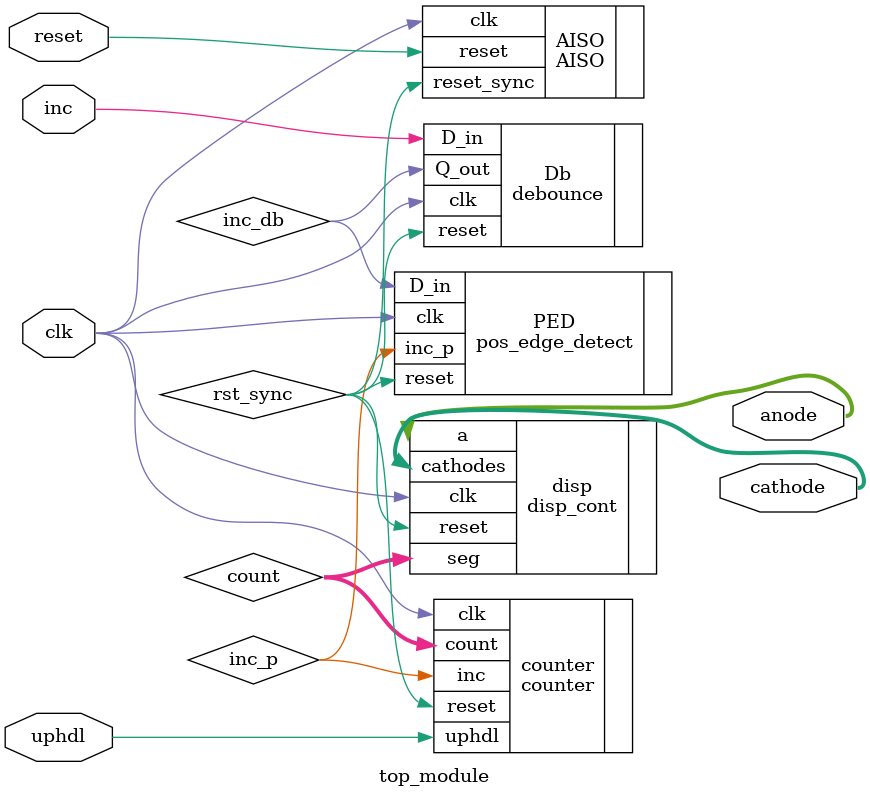
<source format=v>
`timescale 1ns / 1ps
module top_module(reset, clk, inc, uphdl, anode, cathode);

    input reset, clk, inc, uphdl;
    output [6:0] cathode;    // Cathodes for Seven-Segment Display
    output [7:0] anode;      // Anodes for Seven-Segment Display
    
    wire  rst_sync, inc_db, inc_p;
    
    wire [15:0] count;
    
    AISO           AISO(.reset      (     reset),     // Intput 
                        .clk        (       clk),     // Intput
                        .reset_sync (  rst_sync)      // Output
                       );
	        //  (clk, reset, D_in, Q_out)
    debounce         Db( .clk       (       clk),     // Input
                         .reset     (  rst_sync),     // Input
                         .D_in      (       inc),     // Input
                         .Q_out     (    inc_db)      // Output
                        );
                       
	pos_edge_detect PED(.D_in       (    inc_db),    // Input
	                    .clk        (       clk),    // Input
	                    .reset      (  rst_sync),    // Input
	                    .inc_p      (     inc_p)     // Output
	                    );
	                    
	counter     counter(.clk        (       clk),    // Input
                        .reset      (  rst_sync),    // Input
                        .uphdl      (     uphdl),    // Input
                        .inc        (     inc_p),    // Input
                        .count      (     count)     // Output
                        );
    disp_cont   disp(  .clk         (       clk),    //  Input
                       .reset       (  rst_sync),    //  Input
                       .seg         (     count),    //  Input
                       .a           (     anode),    // Output
                       .cathodes    (   cathode)     // Output
                    );
	
	
	
endmodule

</source>
